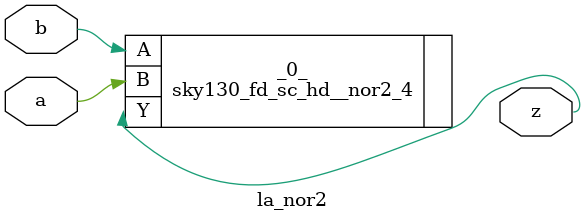
<source format=v>

/* Generated by Yosys 0.44 (git sha1 80ba43d26, g++ 11.4.0-1ubuntu1~22.04 -fPIC -O3) */

(* top =  1  *)
(* src = "generated" *)
module la_nor2 (
    a,
    b,
    z
);
  (* src = "generated" *)
  input a;
  wire a;
  (* src = "generated" *)
  input b;
  wire b;
  (* src = "generated" *)
  output z;
  wire z;
  sky130_fd_sc_hd__nor2_4 _0_ (
      .A(b),
      .B(a),
      .Y(z)
  );
endmodule

</source>
